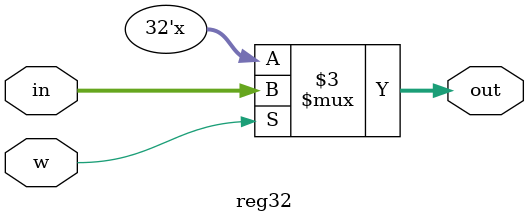
<source format=v>
module reg32(in,out,w);
    input [31:0] in;
    input w;
    output reg [31:0] out;
    initial out = 0;
    always@(*) 
        if (w) out <= in;
endmodule
</source>
